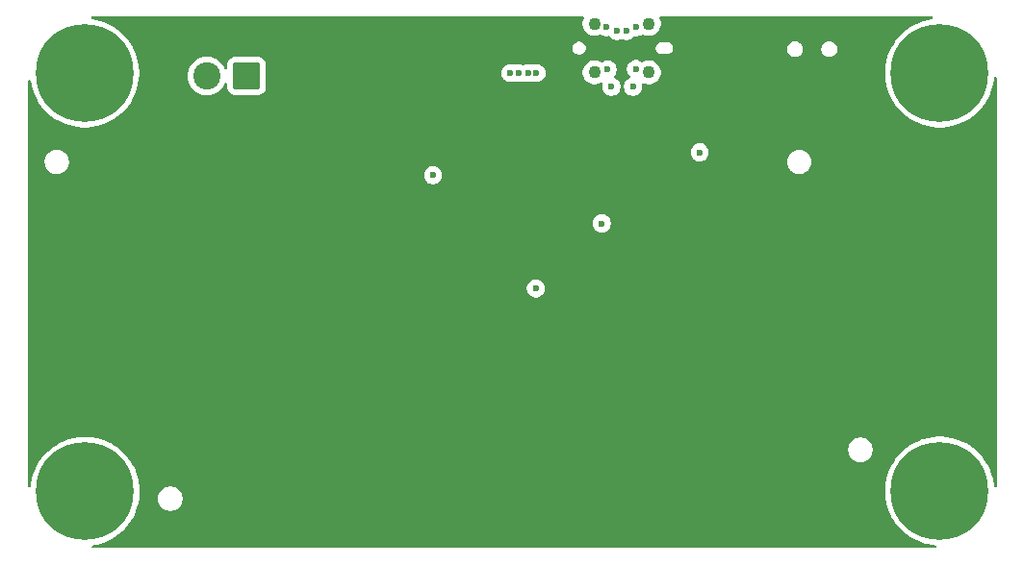
<source format=gbr>
%TF.GenerationSoftware,KiCad,Pcbnew,9.0.1*%
%TF.CreationDate,2025-04-29T02:16:07+02:00*%
%TF.ProjectId,phil-lab-11,7068696c-2d6c-4616-922d-31312e6b6963,rev?*%
%TF.SameCoordinates,Original*%
%TF.FileFunction,Copper,L3,Inr*%
%TF.FilePolarity,Positive*%
%FSLAX46Y46*%
G04 Gerber Fmt 4.6, Leading zero omitted, Abs format (unit mm)*
G04 Created by KiCad (PCBNEW 9.0.1) date 2025-04-29 02:16:07*
%MOMM*%
%LPD*%
G01*
G04 APERTURE LIST*
G04 Aperture macros list*
%AMRoundRect*
0 Rectangle with rounded corners*
0 $1 Rounding radius*
0 $2 $3 $4 $5 $6 $7 $8 $9 X,Y pos of 4 corners*
0 Add a 4 corners polygon primitive as box body*
4,1,4,$2,$3,$4,$5,$6,$7,$8,$9,$2,$3,0*
0 Add four circle primitives for the rounded corners*
1,1,$1+$1,$2,$3*
1,1,$1+$1,$4,$5*
1,1,$1+$1,$6,$7*
1,1,$1+$1,$8,$9*
0 Add four rect primitives between the rounded corners*
20,1,$1+$1,$2,$3,$4,$5,0*
20,1,$1+$1,$4,$5,$6,$7,0*
20,1,$1+$1,$6,$7,$8,$9,0*
20,1,$1+$1,$8,$9,$2,$3,0*%
G04 Aperture macros list end*
%TA.AperFunction,HeatsinkPad*%
%ADD10C,1.100000*%
%TD*%
%TA.AperFunction,ComponentPad*%
%ADD11RoundRect,0.250001X0.949999X0.949999X-0.949999X0.949999X-0.949999X-0.949999X0.949999X-0.949999X0*%
%TD*%
%TA.AperFunction,ComponentPad*%
%ADD12C,2.400000*%
%TD*%
%TA.AperFunction,ComponentPad*%
%ADD13C,0.900000*%
%TD*%
%TA.AperFunction,ComponentPad*%
%ADD14C,8.600000*%
%TD*%
%TA.AperFunction,ViaPad*%
%ADD15C,0.600000*%
%TD*%
G04 APERTURE END LIST*
D10*
%TO.N,unconnected-(P1-SHIELD-PadS1)_3*%
%TO.C,P1*%
X74650000Y-24700000D03*
%TO.N,unconnected-(P1-SHIELD-PadS1)_2*%
X74650000Y-20400000D03*
%TO.N,unconnected-(P1-SHIELD-PadS1)_1*%
X69850000Y-24700000D03*
%TO.N,unconnected-(P1-SHIELD-PadS1)*%
X69850000Y-20400000D03*
%TD*%
D11*
%TO.N,+12V*%
%TO.C,J1*%
X39250000Y-25000000D03*
D12*
%TO.N,GND*%
X35750000Y-25000000D03*
%TD*%
D13*
%TO.N,GND*%
%TO.C,H3*%
X21800000Y-61610913D03*
X22744581Y-59330494D03*
X22744581Y-63891332D03*
X25025000Y-58385913D03*
D14*
X25025000Y-61610913D03*
D13*
X25025000Y-64835913D03*
X27305419Y-59330494D03*
X27305419Y-63891332D03*
X28250000Y-61610913D03*
%TD*%
%TO.N,GND*%
%TO.C,H2*%
X96994581Y-24750000D03*
X97939162Y-22469581D03*
X97939162Y-27030419D03*
X100219581Y-21525000D03*
D14*
X100219581Y-24750000D03*
D13*
X100219581Y-27975000D03*
X102500000Y-22469581D03*
X102500000Y-27030419D03*
X103444581Y-24750000D03*
%TD*%
%TO.N,GND*%
%TO.C,H4*%
X96994581Y-61580494D03*
X97939162Y-59300075D03*
X97939162Y-63860913D03*
X100219581Y-58355494D03*
D14*
X100219581Y-61580494D03*
D13*
X100219581Y-64805494D03*
X102500000Y-59300075D03*
X102500000Y-63860913D03*
X103444581Y-61580494D03*
%TD*%
%TO.N,GND*%
%TO.C,H1*%
X21775000Y-24750000D03*
X22719581Y-22469581D03*
X22719581Y-27030419D03*
X25000000Y-21525000D03*
D14*
X25000000Y-24750000D03*
D13*
X25000000Y-27975000D03*
X27280419Y-22469581D03*
X27280419Y-27030419D03*
X28225000Y-24750000D03*
%TD*%
D15*
%TO.N,+5V*%
X62450000Y-24750000D03*
X63200000Y-24750000D03*
X64000000Y-24750000D03*
X64750000Y-24750000D03*
X71000000Y-24450000D03*
X73500000Y-24400000D03*
X73550000Y-20700000D03*
X70900000Y-20700000D03*
%TO.N,USB_CONN_D-*%
X73250000Y-25950000D03*
X72650000Y-21050000D03*
%TO.N,USB_CONN_D+*%
X71350000Y-25950000D03*
X71850000Y-21050000D03*
%TO.N,NRST*%
X55650000Y-33750000D03*
%TO.N,+3.3V*%
X76000000Y-51750000D03*
X82150000Y-42560000D03*
X38650000Y-52920000D03*
X54000000Y-35450000D03*
X38490000Y-56880000D03*
X69370000Y-33700000D03*
X39570000Y-49550000D03*
X40150000Y-58250000D03*
X39280000Y-48010000D03*
X36710000Y-52400000D03*
X35270000Y-56610000D03*
X62650000Y-42340000D03*
X66930000Y-45830000D03*
X38560000Y-56030000D03*
X91290000Y-25790000D03*
X38610000Y-54050000D03*
X81470000Y-35550000D03*
X62640000Y-35650000D03*
X50000000Y-26750000D03*
X35150000Y-52400000D03*
X95300000Y-40380000D03*
X40730000Y-50650000D03*
X36950000Y-50780000D03*
X36070000Y-56610000D03*
X36770000Y-56610000D03*
X38420000Y-51190000D03*
X69540000Y-48130000D03*
X35960000Y-52390000D03*
X37700000Y-57850000D03*
X40100000Y-51830000D03*
X35820000Y-57890000D03*
X38260000Y-49180000D03*
%TO.N,Net-(SW1-B)*%
X64700000Y-43720000D03*
X79110000Y-31740000D03*
%TO.N,NRST*%
X70500000Y-38000000D03*
%TD*%
%TA.AperFunction,Conductor*%
%TO.N,+3.3V*%
G36*
X68863439Y-19770185D02*
G01*
X68909194Y-19822989D01*
X68919138Y-19892147D01*
X68910961Y-19921950D01*
X68882522Y-19990609D01*
X68839870Y-20093579D01*
X68839868Y-20093587D01*
X68799500Y-20296530D01*
X68799500Y-20503469D01*
X68839868Y-20706412D01*
X68839870Y-20706420D01*
X68919059Y-20897598D01*
X68945974Y-20937879D01*
X69034024Y-21069657D01*
X69180342Y-21215975D01*
X69180345Y-21215977D01*
X69352402Y-21330941D01*
X69543580Y-21410130D01*
X69716924Y-21444610D01*
X69746530Y-21450499D01*
X69746534Y-21450500D01*
X69746535Y-21450500D01*
X69953466Y-21450500D01*
X69953467Y-21450499D01*
X70156420Y-21410130D01*
X70320818Y-21342033D01*
X70390284Y-21334565D01*
X70437159Y-21353493D01*
X70520814Y-21409390D01*
X70520827Y-21409397D01*
X70620060Y-21450500D01*
X70666503Y-21469737D01*
X70821153Y-21500499D01*
X70821156Y-21500500D01*
X70821158Y-21500500D01*
X70978844Y-21500500D01*
X71057602Y-21484833D01*
X71082429Y-21479895D01*
X71152021Y-21486122D01*
X71207198Y-21528985D01*
X71209722Y-21532620D01*
X71228208Y-21560286D01*
X71228213Y-21560292D01*
X71339707Y-21671786D01*
X71339711Y-21671789D01*
X71470814Y-21759390D01*
X71470827Y-21759397D01*
X71606916Y-21815766D01*
X71616503Y-21819737D01*
X71771153Y-21850499D01*
X71771156Y-21850500D01*
X71771158Y-21850500D01*
X71928844Y-21850500D01*
X71928845Y-21850499D01*
X72083497Y-21819737D01*
X72202548Y-21770425D01*
X72272017Y-21762956D01*
X72297453Y-21770425D01*
X72416503Y-21819737D01*
X72571153Y-21850499D01*
X72571156Y-21850500D01*
X72571158Y-21850500D01*
X72728844Y-21850500D01*
X72728845Y-21850499D01*
X72883497Y-21819737D01*
X73029179Y-21759394D01*
X73160289Y-21671789D01*
X73271789Y-21560289D01*
X73284409Y-21541401D01*
X73338016Y-21496596D01*
X73407340Y-21487886D01*
X73411672Y-21488667D01*
X73451532Y-21496596D01*
X73471157Y-21500500D01*
X73471158Y-21500500D01*
X73628844Y-21500500D01*
X73628845Y-21500499D01*
X73783497Y-21469737D01*
X73929179Y-21409394D01*
X74031976Y-21340706D01*
X74098651Y-21319830D01*
X74148318Y-21329249D01*
X74152400Y-21330940D01*
X74152402Y-21330941D01*
X74343580Y-21410130D01*
X74516924Y-21444610D01*
X74546530Y-21450499D01*
X74546534Y-21450500D01*
X74546535Y-21450500D01*
X74753466Y-21450500D01*
X74753467Y-21450499D01*
X74956420Y-21410130D01*
X75147598Y-21330941D01*
X75319655Y-21215977D01*
X75465977Y-21069655D01*
X75580941Y-20897598D01*
X75660130Y-20706420D01*
X75700500Y-20503465D01*
X75700500Y-20296535D01*
X75660130Y-20093580D01*
X75589038Y-19921951D01*
X75581570Y-19852484D01*
X75612845Y-19790004D01*
X75672934Y-19754352D01*
X75703600Y-19750500D01*
X99510852Y-19750500D01*
X99577891Y-19770185D01*
X99623646Y-19822989D01*
X99633590Y-19892147D01*
X99604565Y-19955703D01*
X99545787Y-19993477D01*
X99532384Y-19996616D01*
X99179582Y-20058824D01*
X99179565Y-20058828D01*
X98774678Y-20167316D01*
X98577713Y-20239005D01*
X98380759Y-20310691D01*
X98380755Y-20310692D01*
X98380749Y-20310695D01*
X98380741Y-20310698D01*
X98000854Y-20487843D01*
X98000838Y-20487851D01*
X97637825Y-20697438D01*
X97637799Y-20697454D01*
X97294436Y-20937879D01*
X96973318Y-21207331D01*
X96676912Y-21503737D01*
X96407460Y-21824855D01*
X96167035Y-22168218D01*
X96167019Y-22168244D01*
X95957432Y-22531257D01*
X95957424Y-22531273D01*
X95780279Y-22911160D01*
X95780276Y-22911168D01*
X95780273Y-22911174D01*
X95780272Y-22911178D01*
X95742661Y-23014513D01*
X95636897Y-23305097D01*
X95528409Y-23709984D01*
X95528405Y-23710001D01*
X95455616Y-24122805D01*
X95455616Y-24122809D01*
X95419081Y-24540402D01*
X95419081Y-24959597D01*
X95455616Y-25377190D01*
X95455616Y-25377194D01*
X95528405Y-25789998D01*
X95528409Y-25790015D01*
X95636897Y-26194902D01*
X95636900Y-26194912D01*
X95636901Y-26194913D01*
X95780272Y-26588822D01*
X95780275Y-26588829D01*
X95780276Y-26588831D01*
X95780279Y-26588839D01*
X95957424Y-26968726D01*
X95957429Y-26968736D01*
X96167024Y-27331764D01*
X96167028Y-27331770D01*
X96167035Y-27331781D01*
X96407460Y-27675144D01*
X96602221Y-27907249D01*
X96676910Y-27996260D01*
X96973321Y-28292671D01*
X97106836Y-28404704D01*
X97294436Y-28562120D01*
X97637799Y-28802545D01*
X97637806Y-28802549D01*
X97637817Y-28802557D01*
X98000845Y-29012152D01*
X98000854Y-29012156D01*
X98380741Y-29189301D01*
X98380745Y-29189302D01*
X98380759Y-29189309D01*
X98774668Y-29332680D01*
X98774674Y-29332681D01*
X98774678Y-29332683D01*
X98884940Y-29362227D01*
X99179573Y-29441174D01*
X99592393Y-29513965D01*
X100009985Y-29550499D01*
X100009986Y-29550500D01*
X100009987Y-29550500D01*
X100429176Y-29550500D01*
X100429176Y-29550499D01*
X100846769Y-29513965D01*
X101259589Y-29441174D01*
X101664494Y-29332680D01*
X102058403Y-29189309D01*
X102438317Y-29012152D01*
X102801345Y-28802557D01*
X103144724Y-28562121D01*
X103465841Y-28292671D01*
X103762252Y-27996260D01*
X104031702Y-27675143D01*
X104272138Y-27331764D01*
X104481733Y-26968736D01*
X104658890Y-26588822D01*
X104802261Y-26194913D01*
X104910755Y-25790008D01*
X104983546Y-25377188D01*
X105001972Y-25166578D01*
X105027424Y-25101510D01*
X105084015Y-25060531D01*
X105153777Y-25056653D01*
X105214561Y-25091107D01*
X105247069Y-25152954D01*
X105249500Y-25177386D01*
X105249500Y-61153107D01*
X105229815Y-61220146D01*
X105177011Y-61265901D01*
X105107853Y-61275845D01*
X105044297Y-61246820D01*
X105006523Y-61188042D01*
X105001972Y-61163914D01*
X104986207Y-60983725D01*
X104983546Y-60953306D01*
X104910755Y-60540486D01*
X104831808Y-60245853D01*
X104802264Y-60135591D01*
X104802262Y-60135587D01*
X104802261Y-60135581D01*
X104658890Y-59741672D01*
X104481733Y-59361758D01*
X104272138Y-58998730D01*
X104272130Y-58998719D01*
X104272126Y-58998712D01*
X104031701Y-58655349D01*
X103874285Y-58467749D01*
X103762252Y-58334234D01*
X103465841Y-58037823D01*
X103286365Y-57887224D01*
X103144725Y-57768373D01*
X102801362Y-57527948D01*
X102801351Y-57527941D01*
X102801345Y-57527937D01*
X102555140Y-57385790D01*
X102438323Y-57318345D01*
X102438307Y-57318337D01*
X102058420Y-57141192D01*
X102058412Y-57141189D01*
X102058410Y-57141188D01*
X102058403Y-57141185D01*
X101664494Y-56997814D01*
X101664493Y-56997813D01*
X101664483Y-56997810D01*
X101259596Y-56889322D01*
X101259599Y-56889322D01*
X101259589Y-56889320D01*
X101259583Y-56889318D01*
X101259579Y-56889318D01*
X100846773Y-56816529D01*
X100429178Y-56779994D01*
X100429175Y-56779994D01*
X100009987Y-56779994D01*
X100009983Y-56779994D01*
X99592390Y-56816529D01*
X99592386Y-56816529D01*
X99179582Y-56889318D01*
X99179565Y-56889322D01*
X98774678Y-56997810D01*
X98691103Y-57028229D01*
X98380759Y-57141185D01*
X98380755Y-57141186D01*
X98380749Y-57141189D01*
X98380741Y-57141192D01*
X98000854Y-57318337D01*
X98000838Y-57318345D01*
X97637825Y-57527932D01*
X97637799Y-57527948D01*
X97294436Y-57768373D01*
X96973318Y-58037825D01*
X96676912Y-58334231D01*
X96407460Y-58655349D01*
X96167035Y-58998712D01*
X96167019Y-58998738D01*
X95957432Y-59361751D01*
X95957424Y-59361767D01*
X95780279Y-59741654D01*
X95780276Y-59741662D01*
X95780273Y-59741668D01*
X95780272Y-59741672D01*
X95708586Y-59938626D01*
X95636897Y-60135591D01*
X95528409Y-60540478D01*
X95528405Y-60540495D01*
X95455616Y-60953299D01*
X95455616Y-60953303D01*
X95419081Y-61370896D01*
X95419081Y-61790091D01*
X95455616Y-62207684D01*
X95455616Y-62207688D01*
X95528405Y-62620492D01*
X95528409Y-62620509D01*
X95636897Y-63025396D01*
X95636900Y-63025406D01*
X95636901Y-63025407D01*
X95780272Y-63419316D01*
X95780275Y-63419323D01*
X95780276Y-63419325D01*
X95780279Y-63419333D01*
X95957424Y-63799220D01*
X95957432Y-63799236D01*
X95974991Y-63829649D01*
X96167024Y-64162258D01*
X96167028Y-64162264D01*
X96167035Y-64162275D01*
X96407460Y-64505638D01*
X96602221Y-64737743D01*
X96676910Y-64826754D01*
X96973321Y-65123165D01*
X97009573Y-65153584D01*
X97294436Y-65392614D01*
X97637799Y-65633039D01*
X97637806Y-65633043D01*
X97637817Y-65633051D01*
X98000845Y-65842646D01*
X98000854Y-65842650D01*
X98380741Y-66019795D01*
X98380745Y-66019796D01*
X98380759Y-66019803D01*
X98774668Y-66163174D01*
X98774674Y-66163175D01*
X98774678Y-66163177D01*
X98884940Y-66192721D01*
X99179573Y-66271668D01*
X99592393Y-66344459D01*
X99783652Y-66361192D01*
X99803001Y-66362885D01*
X99868070Y-66388338D01*
X99909049Y-66444928D01*
X99912927Y-66514690D01*
X99878473Y-66575474D01*
X99816626Y-66607982D01*
X99792194Y-66610413D01*
X25733729Y-66610413D01*
X25666690Y-66590728D01*
X25620935Y-66537924D01*
X25610991Y-66468766D01*
X25640016Y-66405210D01*
X25698794Y-66367436D01*
X25712197Y-66364297D01*
X25824703Y-66344459D01*
X26065008Y-66302087D01*
X26469913Y-66193593D01*
X26863822Y-66050222D01*
X27243736Y-65873065D01*
X27606764Y-65663470D01*
X27950143Y-65423034D01*
X28271260Y-65153584D01*
X28567671Y-64857173D01*
X28837121Y-64536056D01*
X29077557Y-64192677D01*
X29287152Y-63829649D01*
X29464309Y-63449735D01*
X29607680Y-63055826D01*
X29716174Y-62650921D01*
X29788965Y-62238101D01*
X29795337Y-62165272D01*
X31449500Y-62165272D01*
X31449500Y-62334727D01*
X31476007Y-62502082D01*
X31528366Y-62663230D01*
X31528367Y-62663233D01*
X31605294Y-62814209D01*
X31704892Y-62951293D01*
X31824707Y-63071108D01*
X31961791Y-63170706D01*
X32035840Y-63208435D01*
X32112766Y-63247632D01*
X32112769Y-63247633D01*
X32193343Y-63273812D01*
X32273919Y-63299993D01*
X32351429Y-63312269D01*
X32441273Y-63326500D01*
X32441278Y-63326500D01*
X32610727Y-63326500D01*
X32691858Y-63313649D01*
X32778081Y-63299993D01*
X32939233Y-63247632D01*
X33090209Y-63170706D01*
X33227293Y-63071108D01*
X33347108Y-62951293D01*
X33446706Y-62814209D01*
X33523632Y-62663233D01*
X33575993Y-62502081D01*
X33589649Y-62415858D01*
X33602500Y-62334727D01*
X33602500Y-62165272D01*
X33580087Y-62023768D01*
X33575993Y-61997919D01*
X33549812Y-61917343D01*
X33523633Y-61836769D01*
X33523632Y-61836766D01*
X33446705Y-61685790D01*
X33392304Y-61610914D01*
X33347108Y-61548707D01*
X33227293Y-61428892D01*
X33090209Y-61329294D01*
X32939233Y-61252367D01*
X32939230Y-61252366D01*
X32778082Y-61200007D01*
X32610727Y-61173500D01*
X32610722Y-61173500D01*
X32441278Y-61173500D01*
X32441273Y-61173500D01*
X32273917Y-61200007D01*
X32112769Y-61252366D01*
X32112766Y-61252367D01*
X31961790Y-61329294D01*
X31824705Y-61428893D01*
X31704893Y-61548705D01*
X31605294Y-61685790D01*
X31528367Y-61836766D01*
X31528366Y-61836769D01*
X31476007Y-61997917D01*
X31449500Y-62165272D01*
X29795337Y-62165272D01*
X29825500Y-61820507D01*
X29825500Y-61401319D01*
X29788965Y-60983725D01*
X29783601Y-60953306D01*
X29768198Y-60865950D01*
X29716174Y-60570905D01*
X29607680Y-60166000D01*
X29464309Y-59772091D01*
X29450124Y-59741672D01*
X29287156Y-59392186D01*
X29287148Y-59392170D01*
X29269585Y-59361751D01*
X29077557Y-59029149D01*
X29077549Y-59029138D01*
X29077545Y-59029131D01*
X28837120Y-58685768D01*
X28567668Y-58364650D01*
X28271262Y-58068244D01*
X28235010Y-58037825D01*
X28180334Y-57991946D01*
X28136775Y-57955395D01*
X28029371Y-57865272D01*
X92173500Y-57865272D01*
X92173500Y-58034727D01*
X92200007Y-58202082D01*
X92252366Y-58363230D01*
X92252367Y-58363233D01*
X92329294Y-58514209D01*
X92428892Y-58651293D01*
X92548707Y-58771108D01*
X92685791Y-58870706D01*
X92759840Y-58908435D01*
X92836766Y-58947632D01*
X92836769Y-58947633D01*
X92917343Y-58973812D01*
X92997919Y-58999993D01*
X93075429Y-59012269D01*
X93165273Y-59026500D01*
X93165278Y-59026500D01*
X93334727Y-59026500D01*
X93415858Y-59013649D01*
X93502081Y-58999993D01*
X93663233Y-58947632D01*
X93814209Y-58870706D01*
X93951293Y-58771108D01*
X94071108Y-58651293D01*
X94170706Y-58514209D01*
X94247632Y-58363233D01*
X94299993Y-58202081D01*
X94326009Y-58037825D01*
X94326500Y-58034727D01*
X94326500Y-57865272D01*
X94311079Y-57767913D01*
X94299993Y-57697919D01*
X94247632Y-57536767D01*
X94247632Y-57536766D01*
X94170705Y-57385790D01*
X94121697Y-57318337D01*
X94071108Y-57248707D01*
X93951293Y-57128892D01*
X93814209Y-57029294D01*
X93812119Y-57028229D01*
X93663233Y-56952367D01*
X93663230Y-56952366D01*
X93502082Y-56900007D01*
X93334727Y-56873500D01*
X93334722Y-56873500D01*
X93165278Y-56873500D01*
X93165273Y-56873500D01*
X92997917Y-56900007D01*
X92836769Y-56952366D01*
X92836766Y-56952367D01*
X92685790Y-57029294D01*
X92548705Y-57128893D01*
X92428893Y-57248705D01*
X92329294Y-57385790D01*
X92252367Y-57536766D01*
X92252366Y-57536769D01*
X92200007Y-57697917D01*
X92173500Y-57865272D01*
X28029371Y-57865272D01*
X27950144Y-57798792D01*
X27606781Y-57558367D01*
X27606770Y-57558360D01*
X27606764Y-57558356D01*
X27307874Y-57385791D01*
X27243742Y-57348764D01*
X27243726Y-57348756D01*
X26863839Y-57171611D01*
X26863831Y-57171608D01*
X26863829Y-57171607D01*
X26863822Y-57171604D01*
X26469913Y-57028233D01*
X26469912Y-57028232D01*
X26469902Y-57028229D01*
X26065015Y-56919741D01*
X26065018Y-56919741D01*
X26065008Y-56919739D01*
X26065002Y-56919737D01*
X26064998Y-56919737D01*
X25652192Y-56846948D01*
X25234597Y-56810413D01*
X25234594Y-56810413D01*
X24815406Y-56810413D01*
X24815402Y-56810413D01*
X24397809Y-56846948D01*
X24397805Y-56846948D01*
X23985001Y-56919737D01*
X23984984Y-56919741D01*
X23580097Y-57028229D01*
X23383132Y-57099918D01*
X23186178Y-57171604D01*
X23186174Y-57171605D01*
X23186168Y-57171608D01*
X23186160Y-57171611D01*
X22806273Y-57348756D01*
X22806257Y-57348764D01*
X22443244Y-57558351D01*
X22443218Y-57558367D01*
X22099855Y-57798792D01*
X21778737Y-58068244D01*
X21482331Y-58364650D01*
X21212879Y-58685768D01*
X20972454Y-59029131D01*
X20972438Y-59029157D01*
X20762851Y-59392170D01*
X20762843Y-59392186D01*
X20585698Y-59772073D01*
X20585695Y-59772081D01*
X20442316Y-60166010D01*
X20333828Y-60570897D01*
X20333824Y-60570914D01*
X20261035Y-60983718D01*
X20261035Y-60983720D01*
X20248028Y-61132395D01*
X20222575Y-61197463D01*
X20165985Y-61238442D01*
X20096223Y-61242320D01*
X20035438Y-61207866D01*
X20002931Y-61146019D01*
X20000500Y-61121587D01*
X20000500Y-43641153D01*
X63899500Y-43641153D01*
X63899500Y-43798846D01*
X63930261Y-43953489D01*
X63930264Y-43953501D01*
X63990602Y-44099172D01*
X63990609Y-44099185D01*
X64078210Y-44230288D01*
X64078213Y-44230292D01*
X64189707Y-44341786D01*
X64189711Y-44341789D01*
X64320814Y-44429390D01*
X64320827Y-44429397D01*
X64466498Y-44489735D01*
X64466503Y-44489737D01*
X64621153Y-44520499D01*
X64621156Y-44520500D01*
X64621158Y-44520500D01*
X64778844Y-44520500D01*
X64778845Y-44520499D01*
X64933497Y-44489737D01*
X65079179Y-44429394D01*
X65210289Y-44341789D01*
X65321789Y-44230289D01*
X65409394Y-44099179D01*
X65469737Y-43953497D01*
X65500500Y-43798842D01*
X65500500Y-43641158D01*
X65500500Y-43641155D01*
X65500499Y-43641153D01*
X65469738Y-43486510D01*
X65469737Y-43486503D01*
X65469735Y-43486498D01*
X65409397Y-43340827D01*
X65409390Y-43340814D01*
X65321789Y-43209711D01*
X65321786Y-43209707D01*
X65210292Y-43098213D01*
X65210288Y-43098210D01*
X65079185Y-43010609D01*
X65079172Y-43010602D01*
X64933501Y-42950264D01*
X64933489Y-42950261D01*
X64778845Y-42919500D01*
X64778842Y-42919500D01*
X64621158Y-42919500D01*
X64621155Y-42919500D01*
X64466510Y-42950261D01*
X64466498Y-42950264D01*
X64320827Y-43010602D01*
X64320814Y-43010609D01*
X64189711Y-43098210D01*
X64189707Y-43098213D01*
X64078213Y-43209707D01*
X64078210Y-43209711D01*
X63990609Y-43340814D01*
X63990602Y-43340827D01*
X63930264Y-43486498D01*
X63930261Y-43486510D01*
X63899500Y-43641153D01*
X20000500Y-43641153D01*
X20000500Y-37921153D01*
X69699500Y-37921153D01*
X69699500Y-38078846D01*
X69730261Y-38233489D01*
X69730264Y-38233501D01*
X69790602Y-38379172D01*
X69790609Y-38379185D01*
X69878210Y-38510288D01*
X69878213Y-38510292D01*
X69989707Y-38621786D01*
X69989711Y-38621789D01*
X70120814Y-38709390D01*
X70120827Y-38709397D01*
X70266498Y-38769735D01*
X70266503Y-38769737D01*
X70421153Y-38800499D01*
X70421156Y-38800500D01*
X70421158Y-38800500D01*
X70578844Y-38800500D01*
X70578845Y-38800499D01*
X70733497Y-38769737D01*
X70879179Y-38709394D01*
X71010289Y-38621789D01*
X71121789Y-38510289D01*
X71209394Y-38379179D01*
X71269737Y-38233497D01*
X71300500Y-38078842D01*
X71300500Y-37921158D01*
X71300500Y-37921155D01*
X71300499Y-37921153D01*
X71269738Y-37766510D01*
X71269737Y-37766503D01*
X71269735Y-37766498D01*
X71209397Y-37620827D01*
X71209390Y-37620814D01*
X71121789Y-37489711D01*
X71121786Y-37489707D01*
X71010292Y-37378213D01*
X71010288Y-37378210D01*
X70879185Y-37290609D01*
X70879172Y-37290602D01*
X70733501Y-37230264D01*
X70733489Y-37230261D01*
X70578845Y-37199500D01*
X70578842Y-37199500D01*
X70421158Y-37199500D01*
X70421155Y-37199500D01*
X70266510Y-37230261D01*
X70266498Y-37230264D01*
X70120827Y-37290602D01*
X70120814Y-37290609D01*
X69989711Y-37378210D01*
X69989707Y-37378213D01*
X69878213Y-37489707D01*
X69878210Y-37489711D01*
X69790609Y-37620814D01*
X69790602Y-37620827D01*
X69730264Y-37766498D01*
X69730261Y-37766510D01*
X69699500Y-37921153D01*
X20000500Y-37921153D01*
X20000500Y-33671153D01*
X54849500Y-33671153D01*
X54849500Y-33828846D01*
X54880261Y-33983489D01*
X54880264Y-33983501D01*
X54940602Y-34129172D01*
X54940609Y-34129185D01*
X55028210Y-34260288D01*
X55028213Y-34260292D01*
X55139707Y-34371786D01*
X55139711Y-34371789D01*
X55270814Y-34459390D01*
X55270827Y-34459397D01*
X55416498Y-34519735D01*
X55416503Y-34519737D01*
X55571153Y-34550499D01*
X55571156Y-34550500D01*
X55571158Y-34550500D01*
X55728844Y-34550500D01*
X55728845Y-34550499D01*
X55883497Y-34519737D01*
X56029179Y-34459394D01*
X56160289Y-34371789D01*
X56271789Y-34260289D01*
X56359394Y-34129179D01*
X56419737Y-33983497D01*
X56450500Y-33828842D01*
X56450500Y-33671158D01*
X56450500Y-33671155D01*
X56450499Y-33671153D01*
X56431101Y-33573633D01*
X56419737Y-33516503D01*
X56411537Y-33496706D01*
X56359397Y-33370827D01*
X56359390Y-33370814D01*
X56271789Y-33239711D01*
X56271786Y-33239707D01*
X56160292Y-33128213D01*
X56160288Y-33128210D01*
X56029185Y-33040609D01*
X56029172Y-33040602D01*
X55883501Y-32980264D01*
X55883489Y-32980261D01*
X55728845Y-32949500D01*
X55728842Y-32949500D01*
X55571158Y-32949500D01*
X55571155Y-32949500D01*
X55416510Y-32980261D01*
X55416498Y-32980264D01*
X55270827Y-33040602D01*
X55270814Y-33040609D01*
X55139711Y-33128210D01*
X55139707Y-33128213D01*
X55028213Y-33239707D01*
X55028210Y-33239711D01*
X54940609Y-33370814D01*
X54940602Y-33370827D01*
X54880264Y-33516498D01*
X54880261Y-33516510D01*
X54849500Y-33671153D01*
X20000500Y-33671153D01*
X20000500Y-32491272D01*
X21473500Y-32491272D01*
X21473500Y-32660727D01*
X21500007Y-32828082D01*
X21552366Y-32989230D01*
X21552367Y-32989233D01*
X21578545Y-33040609D01*
X21629294Y-33140209D01*
X21728892Y-33277293D01*
X21848707Y-33397108D01*
X21985791Y-33496706D01*
X22024645Y-33516503D01*
X22136766Y-33573632D01*
X22136769Y-33573633D01*
X22217343Y-33599812D01*
X22297919Y-33625993D01*
X22375429Y-33638269D01*
X22465273Y-33652500D01*
X22465278Y-33652500D01*
X22634727Y-33652500D01*
X22715858Y-33639649D01*
X22802081Y-33625993D01*
X22963233Y-33573632D01*
X23114209Y-33496706D01*
X23251293Y-33397108D01*
X23371108Y-33277293D01*
X23470706Y-33140209D01*
X23547632Y-32989233D01*
X23599993Y-32828081D01*
X23613649Y-32741858D01*
X23626500Y-32660727D01*
X23626500Y-32491272D01*
X23605991Y-32361789D01*
X23599993Y-32323919D01*
X23547632Y-32162767D01*
X23547632Y-32162766D01*
X23470705Y-32011790D01*
X23371108Y-31874707D01*
X23251293Y-31754892D01*
X23122273Y-31661153D01*
X78309500Y-31661153D01*
X78309500Y-31818846D01*
X78340261Y-31973489D01*
X78340264Y-31973501D01*
X78400602Y-32119172D01*
X78400609Y-32119185D01*
X78488210Y-32250288D01*
X78488213Y-32250292D01*
X78599707Y-32361786D01*
X78599711Y-32361789D01*
X78730814Y-32449390D01*
X78730827Y-32449397D01*
X78876498Y-32509735D01*
X78876503Y-32509737D01*
X78998752Y-32534054D01*
X79031153Y-32540499D01*
X79031156Y-32540500D01*
X79031158Y-32540500D01*
X79188844Y-32540500D01*
X79188845Y-32540499D01*
X79343497Y-32509737D01*
X79388076Y-32491272D01*
X86797500Y-32491272D01*
X86797500Y-32660727D01*
X86824007Y-32828082D01*
X86876366Y-32989230D01*
X86876367Y-32989233D01*
X86902545Y-33040609D01*
X86953294Y-33140209D01*
X87052892Y-33277293D01*
X87172707Y-33397108D01*
X87309791Y-33496706D01*
X87348645Y-33516503D01*
X87460766Y-33573632D01*
X87460769Y-33573633D01*
X87541343Y-33599812D01*
X87621919Y-33625993D01*
X87699429Y-33638269D01*
X87789273Y-33652500D01*
X87789278Y-33652500D01*
X87958727Y-33652500D01*
X88039858Y-33639649D01*
X88126081Y-33625993D01*
X88287233Y-33573632D01*
X88438209Y-33496706D01*
X88575293Y-33397108D01*
X88695108Y-33277293D01*
X88794706Y-33140209D01*
X88871632Y-32989233D01*
X88923993Y-32828081D01*
X88937649Y-32741858D01*
X88950500Y-32660727D01*
X88950500Y-32491272D01*
X88929991Y-32361789D01*
X88923993Y-32323919D01*
X88871632Y-32162767D01*
X88871632Y-32162766D01*
X88794705Y-32011790D01*
X88695108Y-31874707D01*
X88575293Y-31754892D01*
X88438209Y-31655294D01*
X88287233Y-31578367D01*
X88287230Y-31578366D01*
X88126082Y-31526007D01*
X87958727Y-31499500D01*
X87958722Y-31499500D01*
X87789278Y-31499500D01*
X87789273Y-31499500D01*
X87621917Y-31526007D01*
X87460769Y-31578366D01*
X87460766Y-31578367D01*
X87309790Y-31655294D01*
X87172705Y-31754893D01*
X87052893Y-31874705D01*
X86953294Y-32011790D01*
X86876367Y-32162766D01*
X86876366Y-32162769D01*
X86824007Y-32323917D01*
X86797500Y-32491272D01*
X79388076Y-32491272D01*
X79489179Y-32449394D01*
X79620289Y-32361789D01*
X79731789Y-32250289D01*
X79819394Y-32119179D01*
X79879737Y-31973497D01*
X79910500Y-31818842D01*
X79910500Y-31661158D01*
X79910500Y-31661155D01*
X79910499Y-31661153D01*
X79894032Y-31578367D01*
X79879737Y-31506503D01*
X79876836Y-31499500D01*
X79819397Y-31360827D01*
X79819390Y-31360814D01*
X79731789Y-31229711D01*
X79731786Y-31229707D01*
X79620292Y-31118213D01*
X79620288Y-31118210D01*
X79489185Y-31030609D01*
X79489172Y-31030602D01*
X79343501Y-30970264D01*
X79343489Y-30970261D01*
X79188845Y-30939500D01*
X79188842Y-30939500D01*
X79031158Y-30939500D01*
X79031155Y-30939500D01*
X78876510Y-30970261D01*
X78876498Y-30970264D01*
X78730827Y-31030602D01*
X78730814Y-31030609D01*
X78599711Y-31118210D01*
X78599707Y-31118213D01*
X78488213Y-31229707D01*
X78488210Y-31229711D01*
X78400609Y-31360814D01*
X78400602Y-31360827D01*
X78340264Y-31506498D01*
X78340261Y-31506510D01*
X78309500Y-31661153D01*
X23122273Y-31661153D01*
X23114209Y-31655294D01*
X22963233Y-31578367D01*
X22963230Y-31578366D01*
X22802082Y-31526007D01*
X22634727Y-31499500D01*
X22634722Y-31499500D01*
X22465278Y-31499500D01*
X22465273Y-31499500D01*
X22297917Y-31526007D01*
X22136769Y-31578366D01*
X22136766Y-31578367D01*
X21985790Y-31655294D01*
X21848705Y-31754893D01*
X21728893Y-31874705D01*
X21629294Y-32011790D01*
X21552367Y-32162766D01*
X21552366Y-32162769D01*
X21500007Y-32323917D01*
X21473500Y-32491272D01*
X20000500Y-32491272D01*
X20000500Y-25458729D01*
X20020185Y-25391690D01*
X20072989Y-25345935D01*
X20142147Y-25335991D01*
X20205703Y-25365016D01*
X20243477Y-25423794D01*
X20246616Y-25437197D01*
X20308824Y-25789998D01*
X20308828Y-25790015D01*
X20417316Y-26194902D01*
X20417319Y-26194912D01*
X20417320Y-26194913D01*
X20560691Y-26588822D01*
X20560694Y-26588829D01*
X20560695Y-26588831D01*
X20560698Y-26588839D01*
X20737843Y-26968726D01*
X20737848Y-26968736D01*
X20947443Y-27331764D01*
X20947447Y-27331770D01*
X20947454Y-27331781D01*
X21187879Y-27675144D01*
X21382640Y-27907249D01*
X21457329Y-27996260D01*
X21753740Y-28292671D01*
X21887255Y-28404704D01*
X22074855Y-28562120D01*
X22418218Y-28802545D01*
X22418225Y-28802549D01*
X22418236Y-28802557D01*
X22781264Y-29012152D01*
X22781273Y-29012156D01*
X23161160Y-29189301D01*
X23161164Y-29189302D01*
X23161178Y-29189309D01*
X23555087Y-29332680D01*
X23555093Y-29332681D01*
X23555097Y-29332683D01*
X23665359Y-29362227D01*
X23959992Y-29441174D01*
X24372812Y-29513965D01*
X24790404Y-29550499D01*
X24790405Y-29550500D01*
X24790406Y-29550500D01*
X25209595Y-29550500D01*
X25209595Y-29550499D01*
X25627188Y-29513965D01*
X26040008Y-29441174D01*
X26444913Y-29332680D01*
X26838822Y-29189309D01*
X27218736Y-29012152D01*
X27581764Y-28802557D01*
X27925143Y-28562121D01*
X28246260Y-28292671D01*
X28542671Y-27996260D01*
X28812121Y-27675143D01*
X29052557Y-27331764D01*
X29262152Y-26968736D01*
X29439309Y-26588822D01*
X29582680Y-26194913D01*
X29691174Y-25790008D01*
X29763965Y-25377188D01*
X29800500Y-24959594D01*
X29800500Y-24888549D01*
X34049500Y-24888549D01*
X34049500Y-25111450D01*
X34049501Y-25111466D01*
X34078594Y-25332452D01*
X34078595Y-25332457D01*
X34078596Y-25332463D01*
X34115563Y-25470425D01*
X34136290Y-25547780D01*
X34136293Y-25547790D01*
X34221591Y-25753717D01*
X34221595Y-25753726D01*
X34333052Y-25946774D01*
X34333057Y-25946780D01*
X34333058Y-25946782D01*
X34468751Y-26123622D01*
X34468757Y-26123629D01*
X34626370Y-26281242D01*
X34626377Y-26281248D01*
X34688850Y-26329185D01*
X34803226Y-26416948D01*
X34996274Y-26528405D01*
X35202219Y-26613710D01*
X35417537Y-26671404D01*
X35638543Y-26700500D01*
X35638550Y-26700500D01*
X35861450Y-26700500D01*
X35861457Y-26700500D01*
X36082463Y-26671404D01*
X36297781Y-26613710D01*
X36503726Y-26528405D01*
X36696774Y-26416948D01*
X36873624Y-26281247D01*
X37031247Y-26123624D01*
X37166948Y-25946774D01*
X37278405Y-25753726D01*
X37278409Y-25753717D01*
X37310939Y-25675183D01*
X37354780Y-25620779D01*
X37421074Y-25598714D01*
X37488773Y-25615993D01*
X37536384Y-25667130D01*
X37549500Y-25722635D01*
X37549500Y-26000015D01*
X37560000Y-26102795D01*
X37560001Y-26102797D01*
X37566904Y-26123629D01*
X37615186Y-26269335D01*
X37615187Y-26269337D01*
X37707286Y-26418651D01*
X37707289Y-26418655D01*
X37831344Y-26542710D01*
X37831348Y-26542713D01*
X37980662Y-26634812D01*
X37980664Y-26634813D01*
X37980666Y-26634814D01*
X38147203Y-26689999D01*
X38249992Y-26700500D01*
X38249997Y-26700500D01*
X40250003Y-26700500D01*
X40250008Y-26700500D01*
X40352797Y-26689999D01*
X40519334Y-26634814D01*
X40668655Y-26542711D01*
X40792711Y-26418655D01*
X40884814Y-26269334D01*
X40939999Y-26102797D01*
X40950500Y-26000008D01*
X40950500Y-24671153D01*
X61649500Y-24671153D01*
X61649500Y-24828846D01*
X61680261Y-24983489D01*
X61680264Y-24983501D01*
X61740602Y-25129172D01*
X61740609Y-25129185D01*
X61828210Y-25260288D01*
X61828213Y-25260292D01*
X61939707Y-25371786D01*
X61939711Y-25371789D01*
X62070814Y-25459390D01*
X62070827Y-25459397D01*
X62207425Y-25515977D01*
X62216503Y-25519737D01*
X62357484Y-25547780D01*
X62371153Y-25550499D01*
X62371156Y-25550500D01*
X62371158Y-25550500D01*
X62528844Y-25550500D01*
X62528845Y-25550499D01*
X62683497Y-25519737D01*
X62777550Y-25480778D01*
X62847016Y-25473310D01*
X62872443Y-25480775D01*
X62966503Y-25519737D01*
X63107484Y-25547780D01*
X63121153Y-25550499D01*
X63121156Y-25550500D01*
X63121158Y-25550500D01*
X63278844Y-25550500D01*
X63278845Y-25550499D01*
X63433497Y-25519737D01*
X63552548Y-25470425D01*
X63622017Y-25462956D01*
X63647452Y-25470425D01*
X63757425Y-25515977D01*
X63766503Y-25519737D01*
X63907484Y-25547780D01*
X63921153Y-25550499D01*
X63921156Y-25550500D01*
X63921158Y-25550500D01*
X64078844Y-25550500D01*
X64078845Y-25550499D01*
X64233497Y-25519737D01*
X64327550Y-25480778D01*
X64397016Y-25473310D01*
X64422443Y-25480775D01*
X64516503Y-25519737D01*
X64657484Y-25547780D01*
X64671153Y-25550499D01*
X64671156Y-25550500D01*
X64671158Y-25550500D01*
X64828844Y-25550500D01*
X64828845Y-25550499D01*
X64983497Y-25519737D01*
X65120580Y-25462956D01*
X65129172Y-25459397D01*
X65129172Y-25459396D01*
X65129179Y-25459394D01*
X65260289Y-25371789D01*
X65371789Y-25260289D01*
X65459394Y-25129179D01*
X65519737Y-24983497D01*
X65550500Y-24828842D01*
X65550500Y-24671158D01*
X65550500Y-24671155D01*
X65539257Y-24614635D01*
X65539257Y-24614634D01*
X65535655Y-24596530D01*
X68799500Y-24596530D01*
X68799500Y-24803469D01*
X68839868Y-25006412D01*
X68839870Y-25006420D01*
X68911878Y-25180263D01*
X68919059Y-25197598D01*
X68976541Y-25283626D01*
X69034024Y-25369657D01*
X69180342Y-25515975D01*
X69180345Y-25515977D01*
X69352402Y-25630941D01*
X69543580Y-25710130D01*
X69746530Y-25750499D01*
X69746534Y-25750500D01*
X69746535Y-25750500D01*
X69953466Y-25750500D01*
X69953467Y-25750499D01*
X70156420Y-25710130D01*
X70347598Y-25630941D01*
X70386643Y-25604851D01*
X70453321Y-25583974D01*
X70520701Y-25602459D01*
X70567391Y-25654438D01*
X70578567Y-25723408D01*
X70577151Y-25732145D01*
X70549500Y-25871153D01*
X70549500Y-26028846D01*
X70580261Y-26183489D01*
X70580264Y-26183501D01*
X70640602Y-26329172D01*
X70640609Y-26329185D01*
X70728210Y-26460288D01*
X70728213Y-26460292D01*
X70839707Y-26571786D01*
X70839711Y-26571789D01*
X70970814Y-26659390D01*
X70970827Y-26659397D01*
X71070060Y-26700500D01*
X71116503Y-26719737D01*
X71271153Y-26750499D01*
X71271156Y-26750500D01*
X71271158Y-26750500D01*
X71428844Y-26750500D01*
X71428845Y-26750499D01*
X71583497Y-26719737D01*
X71729179Y-26659394D01*
X71860289Y-26571789D01*
X71971789Y-26460289D01*
X72059394Y-26329179D01*
X72119737Y-26183497D01*
X72150500Y-26028842D01*
X72150500Y-25871158D01*
X72150500Y-25871155D01*
X72150499Y-25871153D01*
X72449500Y-25871153D01*
X72449500Y-26028846D01*
X72480261Y-26183489D01*
X72480264Y-26183501D01*
X72540602Y-26329172D01*
X72540609Y-26329185D01*
X72628210Y-26460288D01*
X72628213Y-26460292D01*
X72739707Y-26571786D01*
X72739711Y-26571789D01*
X72870814Y-26659390D01*
X72870827Y-26659397D01*
X72970060Y-26700500D01*
X73016503Y-26719737D01*
X73171153Y-26750499D01*
X73171156Y-26750500D01*
X73171158Y-26750500D01*
X73328844Y-26750500D01*
X73328845Y-26750499D01*
X73483497Y-26719737D01*
X73629179Y-26659394D01*
X73760289Y-26571789D01*
X73871789Y-26460289D01*
X73959394Y-26329179D01*
X74019737Y-26183497D01*
X74050500Y-26028842D01*
X74050500Y-25871158D01*
X74050500Y-25871155D01*
X74034536Y-25790903D01*
X74040763Y-25721312D01*
X74083625Y-25666134D01*
X74149515Y-25642889D01*
X74203603Y-25652149D01*
X74343580Y-25710130D01*
X74546530Y-25750499D01*
X74546534Y-25750500D01*
X74546535Y-25750500D01*
X74753466Y-25750500D01*
X74753467Y-25750499D01*
X74956420Y-25710130D01*
X75147598Y-25630941D01*
X75319655Y-25515977D01*
X75465977Y-25369655D01*
X75580941Y-25197598D01*
X75660130Y-25006420D01*
X75700500Y-24803465D01*
X75700500Y-24596535D01*
X75660130Y-24393580D01*
X75580941Y-24202402D01*
X75465977Y-24030345D01*
X75465975Y-24030342D01*
X75319657Y-23884024D01*
X75161295Y-23778211D01*
X75147598Y-23769059D01*
X75147593Y-23769057D01*
X74956420Y-23689870D01*
X74956412Y-23689868D01*
X74753469Y-23649500D01*
X74753465Y-23649500D01*
X74546535Y-23649500D01*
X74546530Y-23649500D01*
X74343587Y-23689868D01*
X74343579Y-23689870D01*
X74152400Y-23769059D01*
X74143383Y-23775084D01*
X74076704Y-23795959D01*
X74009325Y-23777471D01*
X74005606Y-23775081D01*
X73879185Y-23690609D01*
X73879172Y-23690602D01*
X73733501Y-23630264D01*
X73733489Y-23630261D01*
X73578845Y-23599500D01*
X73578842Y-23599500D01*
X73421158Y-23599500D01*
X73421155Y-23599500D01*
X73266510Y-23630261D01*
X73266498Y-23630264D01*
X73120827Y-23690602D01*
X73120814Y-23690609D01*
X72989711Y-23778210D01*
X72989707Y-23778213D01*
X72878213Y-23889707D01*
X72878210Y-23889711D01*
X72790609Y-24020814D01*
X72790602Y-24020827D01*
X72730264Y-24166498D01*
X72730261Y-24166510D01*
X72699500Y-24321153D01*
X72699500Y-24478846D01*
X72730261Y-24633489D01*
X72730264Y-24633501D01*
X72790602Y-24779172D01*
X72790609Y-24779185D01*
X72878210Y-24910288D01*
X72878213Y-24910292D01*
X72978391Y-25010470D01*
X73011876Y-25071793D01*
X73006892Y-25141485D01*
X72965020Y-25197418D01*
X72938163Y-25212712D01*
X72870823Y-25240604D01*
X72870814Y-25240609D01*
X72739711Y-25328210D01*
X72739707Y-25328213D01*
X72628213Y-25439707D01*
X72628210Y-25439711D01*
X72540609Y-25570814D01*
X72540602Y-25570827D01*
X72480264Y-25716498D01*
X72480261Y-25716510D01*
X72449500Y-25871153D01*
X72150499Y-25871153D01*
X72134536Y-25790903D01*
X72119737Y-25716503D01*
X72094029Y-25654438D01*
X72059397Y-25570827D01*
X72059390Y-25570814D01*
X71971789Y-25439711D01*
X71971786Y-25439707D01*
X71860292Y-25328213D01*
X71860288Y-25328210D01*
X71729185Y-25240609D01*
X71729176Y-25240604D01*
X71626481Y-25198067D01*
X71572078Y-25154226D01*
X71550013Y-25087932D01*
X71567292Y-25020233D01*
X71586254Y-24995824D01*
X71621786Y-24960292D01*
X71621789Y-24960289D01*
X71709394Y-24829179D01*
X71769737Y-24683497D01*
X71800500Y-24528842D01*
X71800500Y-24371158D01*
X71800500Y-24371155D01*
X71800499Y-24371153D01*
X71775659Y-24246274D01*
X71769737Y-24216503D01*
X71763896Y-24202402D01*
X71709397Y-24070827D01*
X71709390Y-24070814D01*
X71621789Y-23939711D01*
X71621786Y-23939707D01*
X71510292Y-23828213D01*
X71510288Y-23828210D01*
X71379185Y-23740609D01*
X71379172Y-23740602D01*
X71233501Y-23680264D01*
X71233489Y-23680261D01*
X71078845Y-23649500D01*
X71078842Y-23649500D01*
X70921158Y-23649500D01*
X70921155Y-23649500D01*
X70766510Y-23680261D01*
X70766498Y-23680264D01*
X70620827Y-23740602D01*
X70620814Y-23740609D01*
X70531809Y-23800081D01*
X70465131Y-23820959D01*
X70397751Y-23802474D01*
X70394028Y-23800081D01*
X70347609Y-23769065D01*
X70347595Y-23769057D01*
X70156420Y-23689870D01*
X70156412Y-23689868D01*
X69953469Y-23649500D01*
X69953465Y-23649500D01*
X69746535Y-23649500D01*
X69746530Y-23649500D01*
X69543587Y-23689868D01*
X69543579Y-23689870D01*
X69352403Y-23769058D01*
X69180342Y-23884024D01*
X69034024Y-24030342D01*
X68919058Y-24202403D01*
X68839870Y-24393579D01*
X68839868Y-24393587D01*
X68799500Y-24596530D01*
X65535655Y-24596530D01*
X65529420Y-24565186D01*
X65519737Y-24516503D01*
X65504139Y-24478846D01*
X65459397Y-24370827D01*
X65459390Y-24370814D01*
X65371789Y-24239711D01*
X65371786Y-24239707D01*
X65260292Y-24128213D01*
X65260288Y-24128210D01*
X65129185Y-24040609D01*
X65129172Y-24040602D01*
X64983501Y-23980264D01*
X64983489Y-23980261D01*
X64828845Y-23949500D01*
X64828842Y-23949500D01*
X64671158Y-23949500D01*
X64671155Y-23949500D01*
X64516510Y-23980261D01*
X64516498Y-23980264D01*
X64422452Y-24019219D01*
X64352982Y-24026688D01*
X64327548Y-24019219D01*
X64233501Y-23980264D01*
X64233489Y-23980261D01*
X64078845Y-23949500D01*
X64078842Y-23949500D01*
X63921158Y-23949500D01*
X63921155Y-23949500D01*
X63766510Y-23980261D01*
X63766498Y-23980264D01*
X63647452Y-24029574D01*
X63577982Y-24037043D01*
X63552548Y-24029574D01*
X63433501Y-23980264D01*
X63433489Y-23980261D01*
X63278845Y-23949500D01*
X63278842Y-23949500D01*
X63121158Y-23949500D01*
X63121155Y-23949500D01*
X62966510Y-23980261D01*
X62966498Y-23980264D01*
X62872452Y-24019219D01*
X62802982Y-24026688D01*
X62777548Y-24019219D01*
X62683501Y-23980264D01*
X62683489Y-23980261D01*
X62528845Y-23949500D01*
X62528842Y-23949500D01*
X62371158Y-23949500D01*
X62371155Y-23949500D01*
X62216510Y-23980261D01*
X62216498Y-23980264D01*
X62070827Y-24040602D01*
X62070814Y-24040609D01*
X61939711Y-24128210D01*
X61939707Y-24128213D01*
X61828213Y-24239707D01*
X61828210Y-24239711D01*
X61740609Y-24370814D01*
X61740602Y-24370827D01*
X61680264Y-24516498D01*
X61680261Y-24516510D01*
X61649500Y-24671153D01*
X40950500Y-24671153D01*
X40950500Y-23999992D01*
X40939999Y-23897203D01*
X40884814Y-23730666D01*
X40877468Y-23718757D01*
X40792713Y-23581348D01*
X40792710Y-23581344D01*
X40668655Y-23457289D01*
X40668651Y-23457286D01*
X40519337Y-23365187D01*
X40519335Y-23365186D01*
X40408907Y-23328594D01*
X40352797Y-23310001D01*
X40352795Y-23310000D01*
X40250015Y-23299500D01*
X40250008Y-23299500D01*
X38249992Y-23299500D01*
X38249984Y-23299500D01*
X38147204Y-23310000D01*
X38147203Y-23310001D01*
X37980664Y-23365186D01*
X37980662Y-23365187D01*
X37831348Y-23457286D01*
X37831344Y-23457289D01*
X37707289Y-23581344D01*
X37707286Y-23581348D01*
X37615187Y-23730662D01*
X37615186Y-23730664D01*
X37560001Y-23897203D01*
X37560000Y-23897204D01*
X37549500Y-23999984D01*
X37549500Y-24277364D01*
X37529815Y-24344403D01*
X37477011Y-24390158D01*
X37407853Y-24400102D01*
X37344297Y-24371077D01*
X37310939Y-24324817D01*
X37278406Y-24246277D01*
X37278405Y-24246274D01*
X37166948Y-24053226D01*
X37041476Y-23889707D01*
X37031248Y-23876377D01*
X37031242Y-23876370D01*
X36873629Y-23718757D01*
X36873622Y-23718751D01*
X36696782Y-23583058D01*
X36696780Y-23583057D01*
X36696774Y-23583052D01*
X36503726Y-23471595D01*
X36503722Y-23471593D01*
X36297790Y-23386293D01*
X36297783Y-23386291D01*
X36297781Y-23386290D01*
X36082463Y-23328596D01*
X36082457Y-23328595D01*
X36082452Y-23328594D01*
X35861466Y-23299501D01*
X35861463Y-23299500D01*
X35861457Y-23299500D01*
X35638543Y-23299500D01*
X35638537Y-23299500D01*
X35638533Y-23299501D01*
X35417547Y-23328594D01*
X35417540Y-23328595D01*
X35417537Y-23328596D01*
X35280981Y-23365186D01*
X35202219Y-23386290D01*
X35202209Y-23386293D01*
X34996277Y-23471593D01*
X34996273Y-23471595D01*
X34803226Y-23583052D01*
X34803217Y-23583058D01*
X34626377Y-23718751D01*
X34626370Y-23718757D01*
X34468757Y-23876370D01*
X34468751Y-23876377D01*
X34333058Y-24053217D01*
X34333052Y-24053226D01*
X34221595Y-24246273D01*
X34221593Y-24246277D01*
X34136293Y-24452209D01*
X34136290Y-24452219D01*
X34112661Y-24540406D01*
X34078597Y-24667534D01*
X34078594Y-24667547D01*
X34049501Y-24888533D01*
X34049500Y-24888549D01*
X29800500Y-24888549D01*
X29800500Y-24540406D01*
X29763965Y-24122812D01*
X29754796Y-24070814D01*
X29738830Y-23980263D01*
X29691174Y-23709992D01*
X29598784Y-23365187D01*
X29582683Y-23305097D01*
X29582681Y-23305093D01*
X29582680Y-23305087D01*
X29439309Y-22911178D01*
X29437098Y-22906437D01*
X29262156Y-22531273D01*
X29262153Y-22531267D01*
X29262152Y-22531264D01*
X29259946Y-22527444D01*
X29259946Y-22527442D01*
X29228846Y-22473576D01*
X67919500Y-22473576D01*
X67919500Y-22626424D01*
X67959060Y-22774065D01*
X68035484Y-22906435D01*
X68143565Y-23014516D01*
X68275935Y-23090940D01*
X68423576Y-23130500D01*
X68423578Y-23130500D01*
X68576422Y-23130500D01*
X68576424Y-23130500D01*
X68724065Y-23090940D01*
X68856435Y-23014516D01*
X68964516Y-22906435D01*
X69040940Y-22774065D01*
X69080500Y-22626424D01*
X69080500Y-22478842D01*
X75249500Y-22478842D01*
X75249500Y-22621158D01*
X75281806Y-22741724D01*
X75286334Y-22758624D01*
X75286335Y-22758627D01*
X75357489Y-22881871D01*
X75357491Y-22881874D01*
X75357492Y-22881875D01*
X75458125Y-22982508D01*
X75458126Y-22982509D01*
X75458128Y-22982510D01*
X75519750Y-23018087D01*
X75581375Y-23053666D01*
X75718842Y-23090500D01*
X75718844Y-23090500D01*
X76281156Y-23090500D01*
X76281158Y-23090500D01*
X76418625Y-23053666D01*
X76541875Y-22982508D01*
X76642508Y-22881875D01*
X76713666Y-22758625D01*
X76725625Y-22713995D01*
X86799499Y-22713995D01*
X86826418Y-22849322D01*
X86826421Y-22849332D01*
X86879221Y-22976804D01*
X86879228Y-22976817D01*
X86955885Y-23091541D01*
X86955888Y-23091545D01*
X87053454Y-23189111D01*
X87053458Y-23189114D01*
X87168182Y-23265771D01*
X87168195Y-23265778D01*
X87263121Y-23305097D01*
X87295672Y-23318580D01*
X87295676Y-23318580D01*
X87295677Y-23318581D01*
X87431004Y-23345500D01*
X87431007Y-23345500D01*
X87568995Y-23345500D01*
X87660041Y-23327389D01*
X87704328Y-23318580D01*
X87831811Y-23265775D01*
X87946542Y-23189114D01*
X88044114Y-23091542D01*
X88120775Y-22976811D01*
X88173580Y-22849328D01*
X88182389Y-22805041D01*
X88200500Y-22713995D01*
X89799499Y-22713995D01*
X89826418Y-22849322D01*
X89826421Y-22849332D01*
X89879221Y-22976804D01*
X89879228Y-22976817D01*
X89955885Y-23091541D01*
X89955888Y-23091545D01*
X90053454Y-23189111D01*
X90053458Y-23189114D01*
X90168182Y-23265771D01*
X90168195Y-23265778D01*
X90263121Y-23305097D01*
X90295672Y-23318580D01*
X90295676Y-23318580D01*
X90295677Y-23318581D01*
X90431004Y-23345500D01*
X90431007Y-23345500D01*
X90568995Y-23345500D01*
X90660041Y-23327389D01*
X90704328Y-23318580D01*
X90831811Y-23265775D01*
X90946542Y-23189114D01*
X91044114Y-23091542D01*
X91120775Y-22976811D01*
X91173580Y-22849328D01*
X91182389Y-22805041D01*
X91200500Y-22713995D01*
X91200500Y-22576004D01*
X91173581Y-22440677D01*
X91173580Y-22440676D01*
X91173580Y-22440672D01*
X91173578Y-22440667D01*
X91120778Y-22313195D01*
X91120771Y-22313182D01*
X91044114Y-22198458D01*
X91044111Y-22198454D01*
X90946545Y-22100888D01*
X90946541Y-22100885D01*
X90831817Y-22024228D01*
X90831804Y-22024221D01*
X90704332Y-21971421D01*
X90704322Y-21971418D01*
X90568995Y-21944500D01*
X90568993Y-21944500D01*
X90431007Y-21944500D01*
X90431005Y-21944500D01*
X90295677Y-21971418D01*
X90295667Y-21971421D01*
X90168195Y-22024221D01*
X90168182Y-22024228D01*
X90053458Y-22100885D01*
X90053454Y-22100888D01*
X89955888Y-22198454D01*
X89955885Y-22198458D01*
X89879228Y-22313182D01*
X89879221Y-22313195D01*
X89826421Y-22440667D01*
X89826418Y-22440677D01*
X89799500Y-22576004D01*
X89799500Y-22576007D01*
X89799500Y-22713993D01*
X89799500Y-22713995D01*
X89799499Y-22713995D01*
X88200500Y-22713995D01*
X88200500Y-22576004D01*
X88173581Y-22440677D01*
X88173580Y-22440676D01*
X88173580Y-22440672D01*
X88173578Y-22440667D01*
X88120778Y-22313195D01*
X88120771Y-22313182D01*
X88044114Y-22198458D01*
X88044111Y-22198454D01*
X87946545Y-22100888D01*
X87946541Y-22100885D01*
X87831817Y-22024228D01*
X87831804Y-22024221D01*
X87704332Y-21971421D01*
X87704322Y-21971418D01*
X87568995Y-21944500D01*
X87568993Y-21944500D01*
X87431007Y-21944500D01*
X87431005Y-21944500D01*
X87295677Y-21971418D01*
X87295667Y-21971421D01*
X87168195Y-22024221D01*
X87168182Y-22024228D01*
X87053458Y-22100885D01*
X87053454Y-22100888D01*
X86955888Y-22198454D01*
X86955885Y-22198458D01*
X86879228Y-22313182D01*
X86879221Y-22313195D01*
X86826421Y-22440667D01*
X86826418Y-22440677D01*
X86799500Y-22576004D01*
X86799500Y-22576007D01*
X86799500Y-22713993D01*
X86799500Y-22713995D01*
X86799499Y-22713995D01*
X76725625Y-22713995D01*
X76750500Y-22621158D01*
X76750500Y-22478842D01*
X76713666Y-22341375D01*
X76642508Y-22218125D01*
X76541875Y-22117492D01*
X76541874Y-22117491D01*
X76541871Y-22117489D01*
X76418627Y-22046335D01*
X76418626Y-22046334D01*
X76418625Y-22046334D01*
X76281158Y-22009500D01*
X75718842Y-22009500D01*
X75581375Y-22046334D01*
X75581372Y-22046335D01*
X75458128Y-22117489D01*
X75458123Y-22117493D01*
X75357493Y-22218123D01*
X75357489Y-22218128D01*
X75286335Y-22341372D01*
X75286334Y-22341375D01*
X75249500Y-22478842D01*
X69080500Y-22478842D01*
X69080500Y-22473576D01*
X69040940Y-22325935D01*
X68964516Y-22193565D01*
X68856435Y-22085484D01*
X68724065Y-22009060D01*
X68576424Y-21969500D01*
X68423576Y-21969500D01*
X68275935Y-22009060D01*
X68275932Y-22009061D01*
X68143568Y-22085482D01*
X68143562Y-22085486D01*
X68035486Y-22193562D01*
X68035482Y-22193568D01*
X67959061Y-22325932D01*
X67959060Y-22325935D01*
X67919500Y-22473576D01*
X29228846Y-22473576D01*
X29081362Y-22218128D01*
X29052557Y-22168236D01*
X29052549Y-22168225D01*
X29052545Y-22168218D01*
X28812120Y-21824855D01*
X28542668Y-21503737D01*
X28246262Y-21207331D01*
X27925144Y-20937879D01*
X27581781Y-20697454D01*
X27581770Y-20697447D01*
X27581764Y-20697443D01*
X27351650Y-20564586D01*
X27218742Y-20487851D01*
X27218726Y-20487843D01*
X26838839Y-20310698D01*
X26838831Y-20310695D01*
X26838829Y-20310694D01*
X26838822Y-20310691D01*
X26444913Y-20167320D01*
X26444912Y-20167319D01*
X26444902Y-20167316D01*
X26040015Y-20058828D01*
X26040018Y-20058828D01*
X26040008Y-20058826D01*
X26040002Y-20058824D01*
X26039998Y-20058824D01*
X25687197Y-19996616D01*
X25624594Y-19965589D01*
X25588703Y-19905642D01*
X25590920Y-19835808D01*
X25630540Y-19778258D01*
X25694985Y-19751264D01*
X25708729Y-19750500D01*
X68796400Y-19750500D01*
X68863439Y-19770185D01*
G37*
%TD.AperFunction*%
%TD*%
M02*

</source>
